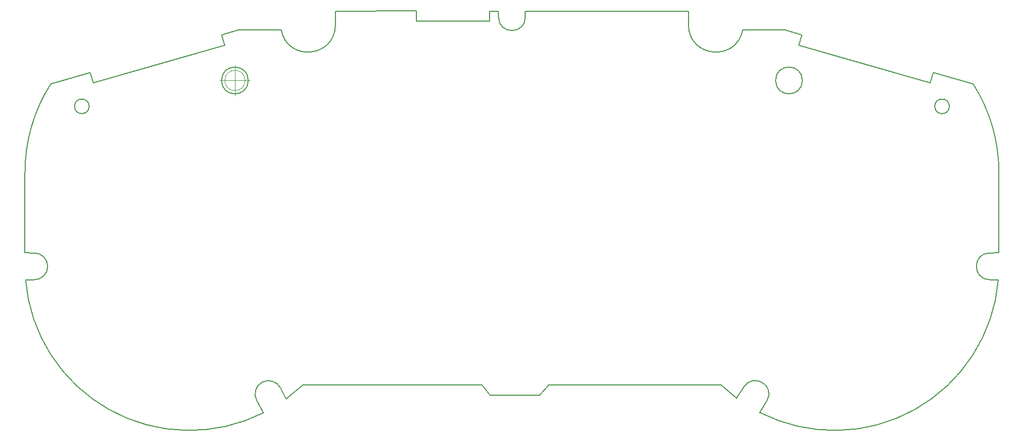
<source format=gbr>
%TF.GenerationSoftware,KiCad,Pcbnew,(5.1.6)-1*%
%TF.CreationDate,2021-04-26T08:49:06+02:00*%
%TF.ProjectId,GameboyPi,47616d65-626f-4795-9069-2e6b69636164,rev?*%
%TF.SameCoordinates,Original*%
%TF.FileFunction,Profile,NP*%
%FSLAX46Y46*%
G04 Gerber Fmt 4.6, Leading zero omitted, Abs format (unit mm)*
G04 Created by KiCad (PCBNEW (5.1.6)-1) date 2021-04-26 08:49:06*
%MOMM*%
%LPD*%
G01*
G04 APERTURE LIST*
%TA.AperFunction,Profile*%
%ADD10C,0.200000*%
%TD*%
%TA.AperFunction,Profile*%
%ADD11C,0.050000*%
%TD*%
G04 APERTURE END LIST*
D10*
X154770000Y-129731305D02*
X183011426Y-129731305D01*
X145060000Y-131442500D02*
X143710000Y-129731305D01*
X153247500Y-131440000D02*
X145060000Y-131442500D01*
X154770000Y-129731305D02*
X153247500Y-131440000D01*
X146486275Y-68238859D02*
X145000000Y-68240000D01*
X133000000Y-69840000D02*
X133000000Y-68230000D01*
X145000000Y-69840000D02*
X133000000Y-69840000D01*
X145000000Y-68240000D02*
X145000000Y-69840000D01*
D11*
X104839187Y-79647842D02*
G75*
G03*
X104839187Y-79647842I-1666666J0D01*
G01*
X100672521Y-79647842D02*
X105672521Y-79647842D01*
X103172521Y-77147842D02*
X103172521Y-82147842D01*
D10*
X79941212Y-80067516D02*
X101518697Y-73880271D01*
X220550981Y-83904710D02*
G75*
G03*
X220550981Y-83904710I-1200000J0D01*
G01*
X196400028Y-79647842D02*
G75*
G03*
X196400028Y-79647842I-2200000J0D01*
G01*
X68686274Y-94731307D02*
X68686274Y-108017306D01*
X190559891Y-132384374D02*
X189397730Y-134272762D01*
X217434177Y-80068330D02*
X195853853Y-73880271D01*
X79221568Y-83904710D02*
G75*
G03*
X79221568Y-83904710I-1200000J0D01*
G01*
X150886275Y-69231306D02*
X150886275Y-68238859D01*
X70202400Y-112431214D02*
X68776051Y-112431304D01*
X227186274Y-112431305D02*
X228596496Y-112431306D01*
X105372521Y-79647842D02*
G75*
G03*
X105372521Y-79647842I-2200000J0D01*
G01*
X70202450Y-108031396D02*
X68686274Y-108017306D01*
X193562341Y-71350652D02*
X186601504Y-71350651D01*
X114361126Y-129731305D02*
X143710000Y-129731305D01*
X227166292Y-108031396D02*
X228686274Y-108017590D01*
X186851420Y-130017506D02*
X185596938Y-131913860D01*
X106753670Y-132282516D02*
X107866252Y-134327948D01*
X110627794Y-130196655D02*
X111608471Y-132036894D01*
X119686274Y-70481307D02*
X119686274Y-68238859D01*
X177686276Y-70481307D02*
X177686275Y-68238859D01*
X150886275Y-69231307D02*
G75*
G02*
X146486275Y-69231307I-2200000J0D01*
G01*
X106753670Y-132282517D02*
G75*
G02*
X110627794Y-130196655I1932604J1051211D01*
G01*
X227186274Y-112431305D02*
G75*
G02*
X227166292Y-108031396I0J2200000D01*
G01*
X217434177Y-80068330D02*
X217930324Y-78338059D01*
X150886275Y-68238859D02*
X177686275Y-68238859D01*
X185596938Y-131913861D02*
G75*
G02*
X183011426Y-129731305I16089337J21682556D01*
G01*
X228686274Y-94731307D02*
X228686274Y-108017590D01*
X217930324Y-78338059D02*
X224446590Y-80206568D01*
X119686274Y-70481308D02*
G75*
G02*
X110771046Y-71350652I-4500000J1D01*
G01*
X133000000Y-68230000D02*
X119686274Y-68238859D01*
X70202450Y-108031396D02*
G75*
G02*
X70202400Y-112431214I19892J-2199909D01*
G01*
X103810209Y-71350652D02*
X101022550Y-72150000D01*
X146486275Y-69231306D02*
X146486275Y-68238859D01*
X68686274Y-94731306D02*
G75*
G02*
X72946183Y-80174925I27000000J-1D01*
G01*
X79439225Y-78315764D02*
X72946183Y-80174925D01*
X186851419Y-130017506D02*
G75*
G02*
X190559891Y-132384374I1834856J-1213799D01*
G01*
X228596496Y-112431306D02*
G75*
G02*
X189397730Y-134272762I-26910221J2200001D01*
G01*
X186601504Y-71350652D02*
G75*
G02*
X177686276Y-70481307I-4415228J869345D01*
G01*
X103810209Y-71350652D02*
X110771046Y-71350652D01*
X114361126Y-129731304D02*
G75*
G02*
X111608471Y-132036894I-18674852J19499999D01*
G01*
X101022550Y-72150000D02*
X101518697Y-73880271D01*
X107866252Y-134327949D02*
G75*
G02*
X68776051Y-112431304I-12179978J24096644D01*
G01*
X195853853Y-73880271D02*
X196350000Y-72150000D01*
X79941212Y-80067516D02*
X79439225Y-78315764D01*
X224446590Y-80206569D02*
G75*
G02*
X228686274Y-94731307I-22760315J-14524738D01*
G01*
X196350000Y-72150000D02*
X193562341Y-71350652D01*
M02*

</source>
